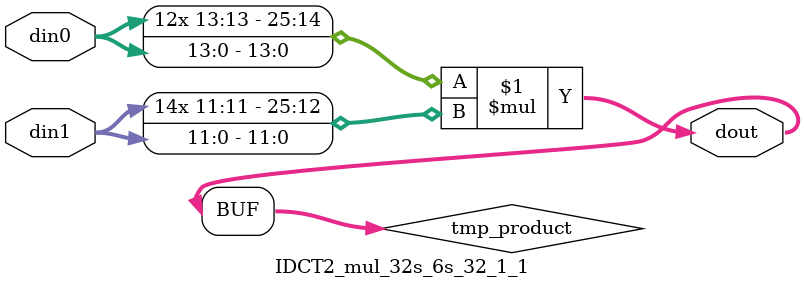
<source format=v>

`timescale 1 ns / 1 ps

 module IDCT2_mul_32s_6s_32_1_1(din0, din1, dout);
parameter ID = 1;
parameter NUM_STAGE = 0;
parameter din0_WIDTH = 14;
parameter din1_WIDTH = 12;
parameter dout_WIDTH = 26;

input [din0_WIDTH - 1 : 0] din0; 
input [din1_WIDTH - 1 : 0] din1; 
output [dout_WIDTH - 1 : 0] dout;

wire signed [dout_WIDTH - 1 : 0] tmp_product;



























assign tmp_product = $signed(din0) * $signed(din1);








assign dout = tmp_product;





















endmodule

</source>
